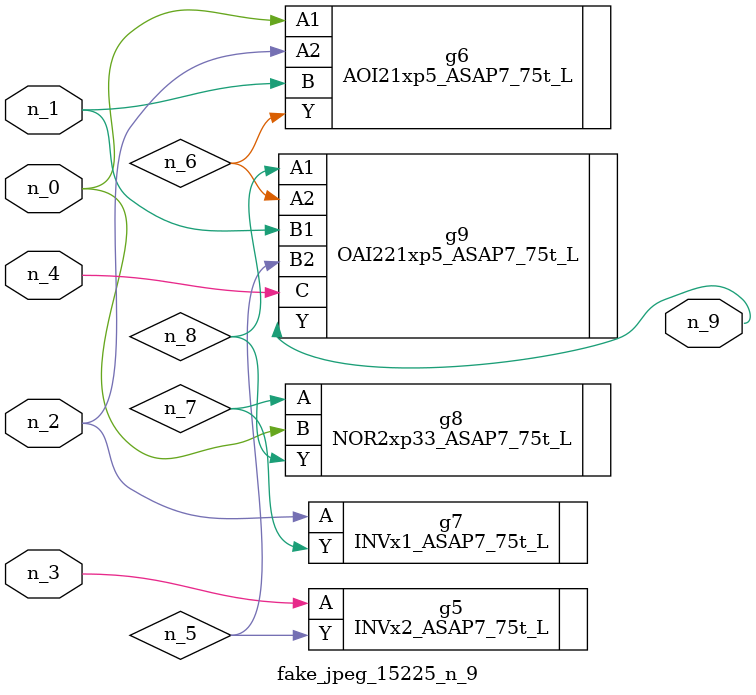
<source format=v>
module fake_jpeg_15225_n_9 (n_3, n_2, n_1, n_0, n_4, n_9);

input n_3;
input n_2;
input n_1;
input n_0;
input n_4;

output n_9;

wire n_8;
wire n_6;
wire n_5;
wire n_7;

INVx2_ASAP7_75t_L g5 ( 
.A(n_3),
.Y(n_5)
);

AOI21xp5_ASAP7_75t_L g6 ( 
.A1(n_0),
.A2(n_2),
.B(n_1),
.Y(n_6)
);

INVx1_ASAP7_75t_L g7 ( 
.A(n_2),
.Y(n_7)
);

NOR2xp33_ASAP7_75t_L g8 ( 
.A(n_7),
.B(n_0),
.Y(n_8)
);

OAI221xp5_ASAP7_75t_L g9 ( 
.A1(n_8),
.A2(n_6),
.B1(n_1),
.B2(n_5),
.C(n_4),
.Y(n_9)
);


endmodule
</source>
